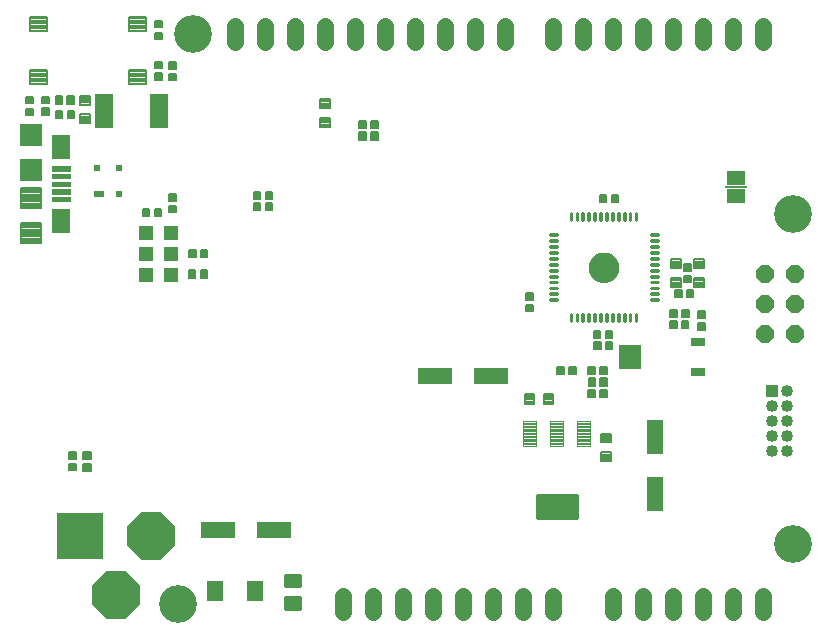
<source format=gts>
G75*
%MOIN*%
%OFA0B0*%
%FSLAX25Y25*%
%IPPOS*%
%LPD*%
%AMOC8*
5,1,8,0,0,1.08239X$1,22.5*
%
%ADD10C,0.12598*%
%ADD11OC8,0.06102*%
%ADD12C,0.05600*%
%ADD13C,0.00748*%
%ADD14R,0.11811X0.05512*%
%ADD15OC8,0.15748*%
%ADD16R,0.15748X0.15748*%
%ADD17C,0.07677*%
%ADD18C,0.05000*%
%ADD19C,0.01008*%
%ADD20C,0.00551*%
%ADD21R,0.05000X0.02500*%
%ADD22R,0.07500X0.08000*%
%ADD23R,0.04724X0.04724*%
%ADD24R,0.04000X0.04000*%
%ADD25C,0.04000*%
%ADD26C,0.00480*%
%ADD27C,0.00866*%
%ADD28R,0.05512X0.11811*%
%ADD29R,0.06300X0.04600*%
%ADD30R,0.07200X0.00600*%
%ADD31C,0.00157*%
%ADD32R,0.07480X0.07480*%
%ADD33R,0.06299X0.08268*%
%ADD34R,0.01890X0.02165*%
%ADD35R,0.03465X0.02165*%
%ADD36R,0.06299X0.11811*%
%ADD37C,0.00984*%
%ADD38R,0.05512X0.07087*%
%ADD39C,0.00827*%
D10*
X0063760Y0013750D03*
X0268760Y0033750D03*
X0268760Y0143750D03*
X0068760Y0203750D03*
D11*
X0259260Y0123750D03*
X0269260Y0123750D03*
X0269260Y0113750D03*
X0259260Y0113750D03*
X0259260Y0103750D03*
X0269260Y0103750D03*
D12*
X0258760Y0016550D02*
X0258760Y0010950D01*
X0248760Y0010950D02*
X0248760Y0016550D01*
X0238760Y0016550D02*
X0238760Y0010950D01*
X0228760Y0010950D02*
X0228760Y0016550D01*
X0218760Y0016550D02*
X0218760Y0010950D01*
X0208760Y0010950D02*
X0208760Y0016550D01*
X0188760Y0016550D02*
X0188760Y0010950D01*
X0178760Y0010950D02*
X0178760Y0016550D01*
X0168760Y0016550D02*
X0168760Y0010950D01*
X0158760Y0010950D02*
X0158760Y0016550D01*
X0148760Y0016550D02*
X0148760Y0010950D01*
X0138760Y0010950D02*
X0138760Y0016550D01*
X0128760Y0016550D02*
X0128760Y0010950D01*
X0118760Y0010950D02*
X0118760Y0016550D01*
X0122760Y0200950D02*
X0122760Y0206550D01*
X0112760Y0206550D02*
X0112760Y0200950D01*
X0102760Y0200950D02*
X0102760Y0206550D01*
X0092760Y0206550D02*
X0092760Y0200950D01*
X0082760Y0200950D02*
X0082760Y0206550D01*
X0132760Y0206550D02*
X0132760Y0200950D01*
X0142760Y0200950D02*
X0142760Y0206550D01*
X0152760Y0206550D02*
X0152760Y0200950D01*
X0162760Y0200950D02*
X0162760Y0206550D01*
X0172760Y0206550D02*
X0172760Y0200950D01*
X0188760Y0200950D02*
X0188760Y0206550D01*
X0198760Y0206550D02*
X0198760Y0200950D01*
X0208760Y0200950D02*
X0208760Y0206550D01*
X0218760Y0206550D02*
X0218760Y0200950D01*
X0228760Y0200950D02*
X0228760Y0206550D01*
X0238760Y0206550D02*
X0238760Y0200950D01*
X0248760Y0200950D02*
X0248760Y0206550D01*
X0258760Y0206550D02*
X0258760Y0200950D01*
D13*
X0238954Y0125610D02*
X0235766Y0125610D01*
X0235766Y0128602D01*
X0238954Y0128602D01*
X0238954Y0125610D01*
X0238954Y0126357D02*
X0235766Y0126357D01*
X0235766Y0127104D02*
X0238954Y0127104D01*
X0238954Y0127851D02*
X0235766Y0127851D01*
X0235766Y0128598D02*
X0238954Y0128598D01*
X0238954Y0119311D02*
X0235766Y0119311D01*
X0235766Y0122303D01*
X0238954Y0122303D01*
X0238954Y0119311D01*
X0238954Y0120058D02*
X0235766Y0120058D01*
X0235766Y0120805D02*
X0238954Y0120805D01*
X0238954Y0121552D02*
X0235766Y0121552D01*
X0235766Y0122299D02*
X0238954Y0122299D01*
X0231254Y0119311D02*
X0228066Y0119311D01*
X0228066Y0122303D01*
X0231254Y0122303D01*
X0231254Y0119311D01*
X0231254Y0120058D02*
X0228066Y0120058D01*
X0228066Y0120805D02*
X0231254Y0120805D01*
X0231254Y0121552D02*
X0228066Y0121552D01*
X0228066Y0122299D02*
X0231254Y0122299D01*
X0231254Y0125610D02*
X0228066Y0125610D01*
X0228066Y0128602D01*
X0231254Y0128602D01*
X0231254Y0125610D01*
X0231254Y0126357D02*
X0228066Y0126357D01*
X0228066Y0127104D02*
X0231254Y0127104D01*
X0231254Y0127851D02*
X0228066Y0127851D01*
X0228066Y0128598D02*
X0231254Y0128598D01*
X0188650Y0083622D02*
X0188650Y0080434D01*
X0185658Y0080434D01*
X0185658Y0083622D01*
X0188650Y0083622D01*
X0188650Y0081181D02*
X0185658Y0081181D01*
X0185658Y0081928D02*
X0188650Y0081928D01*
X0188650Y0082675D02*
X0185658Y0082675D01*
X0185658Y0083422D02*
X0188650Y0083422D01*
X0182350Y0083622D02*
X0182350Y0080434D01*
X0179358Y0080434D01*
X0179358Y0083622D01*
X0182350Y0083622D01*
X0182350Y0081181D02*
X0179358Y0081181D01*
X0179358Y0081928D02*
X0182350Y0081928D01*
X0182350Y0082675D02*
X0179358Y0082675D01*
X0179358Y0083422D02*
X0182350Y0083422D01*
X0204717Y0067557D02*
X0207905Y0067557D01*
X0204717Y0067557D02*
X0204717Y0070549D01*
X0207905Y0070549D01*
X0207905Y0067557D01*
X0207905Y0068304D02*
X0204717Y0068304D01*
X0204717Y0069051D02*
X0207905Y0069051D01*
X0207905Y0069798D02*
X0204717Y0069798D01*
X0204717Y0070545D02*
X0207905Y0070545D01*
X0207905Y0061258D02*
X0204717Y0061258D01*
X0204717Y0064250D01*
X0207905Y0064250D01*
X0207905Y0061258D01*
X0207905Y0062005D02*
X0204717Y0062005D01*
X0204717Y0062752D02*
X0207905Y0062752D01*
X0207905Y0063499D02*
X0204717Y0063499D01*
X0204717Y0064246D02*
X0207905Y0064246D01*
X0114354Y0172726D02*
X0111166Y0172726D01*
X0111166Y0175718D01*
X0114354Y0175718D01*
X0114354Y0172726D01*
X0114354Y0173473D02*
X0111166Y0173473D01*
X0111166Y0174220D02*
X0114354Y0174220D01*
X0114354Y0174967D02*
X0111166Y0174967D01*
X0111166Y0175714D02*
X0114354Y0175714D01*
X0114354Y0179026D02*
X0111166Y0179026D01*
X0111166Y0182018D01*
X0114354Y0182018D01*
X0114354Y0179026D01*
X0114354Y0179773D02*
X0111166Y0179773D01*
X0111166Y0180520D02*
X0114354Y0180520D01*
X0114354Y0181267D02*
X0111166Y0181267D01*
X0111166Y0182014D02*
X0114354Y0182014D01*
X0034254Y0183196D02*
X0031066Y0183196D01*
X0034254Y0183196D02*
X0034254Y0180204D01*
X0031066Y0180204D01*
X0031066Y0183196D01*
X0031066Y0180951D02*
X0034254Y0180951D01*
X0034254Y0181698D02*
X0031066Y0181698D01*
X0031066Y0182445D02*
X0034254Y0182445D01*
X0034254Y0183192D02*
X0031066Y0183192D01*
X0031066Y0176896D02*
X0034254Y0176896D01*
X0034254Y0173904D01*
X0031066Y0173904D01*
X0031066Y0176896D01*
X0031066Y0174651D02*
X0034254Y0174651D01*
X0034254Y0175398D02*
X0031066Y0175398D01*
X0031066Y0176145D02*
X0034254Y0176145D01*
X0034254Y0176892D02*
X0031066Y0176892D01*
X0011354Y0152392D02*
X0011354Y0145660D01*
X0011354Y0152392D02*
X0018086Y0152392D01*
X0018086Y0145660D01*
X0011354Y0145660D01*
X0011354Y0146407D02*
X0018086Y0146407D01*
X0018086Y0147154D02*
X0011354Y0147154D01*
X0011354Y0147901D02*
X0018086Y0147901D01*
X0018086Y0148648D02*
X0011354Y0148648D01*
X0011354Y0149395D02*
X0018086Y0149395D01*
X0018086Y0150142D02*
X0011354Y0150142D01*
X0011354Y0150889D02*
X0018086Y0150889D01*
X0018086Y0151636D02*
X0011354Y0151636D01*
X0011354Y0152383D02*
X0018086Y0152383D01*
X0011354Y0140777D02*
X0011354Y0134045D01*
X0011354Y0140777D02*
X0018086Y0140777D01*
X0018086Y0134045D01*
X0011354Y0134045D01*
X0011354Y0134792D02*
X0018086Y0134792D01*
X0018086Y0135539D02*
X0011354Y0135539D01*
X0011354Y0136286D02*
X0018086Y0136286D01*
X0018086Y0137033D02*
X0011354Y0137033D01*
X0011354Y0137780D02*
X0018086Y0137780D01*
X0018086Y0138527D02*
X0011354Y0138527D01*
X0011354Y0139274D02*
X0018086Y0139274D01*
X0018086Y0140021D02*
X0011354Y0140021D01*
X0011354Y0140768D02*
X0018086Y0140768D01*
D14*
X0149235Y0089752D03*
X0168133Y0089752D03*
X0095843Y0038289D03*
X0076945Y0038289D03*
D15*
X0054760Y0036450D03*
X0042960Y0016750D03*
D16*
X0031160Y0036450D03*
D17*
X0039960Y0016750D03*
X0045960Y0016750D03*
X0054760Y0033450D03*
X0054760Y0039450D03*
X0031160Y0039450D03*
X0031160Y0033450D03*
D18*
X0203055Y0125950D02*
X0203057Y0126049D01*
X0203063Y0126149D01*
X0203073Y0126248D01*
X0203087Y0126346D01*
X0203104Y0126444D01*
X0203126Y0126541D01*
X0203151Y0126637D01*
X0203180Y0126732D01*
X0203213Y0126826D01*
X0203250Y0126918D01*
X0203290Y0127009D01*
X0203334Y0127098D01*
X0203382Y0127186D01*
X0203433Y0127271D01*
X0203487Y0127354D01*
X0203544Y0127436D01*
X0203605Y0127514D01*
X0203669Y0127591D01*
X0203735Y0127664D01*
X0203805Y0127735D01*
X0203877Y0127803D01*
X0203952Y0127869D01*
X0204030Y0127931D01*
X0204110Y0127990D01*
X0204192Y0128046D01*
X0204276Y0128098D01*
X0204363Y0128147D01*
X0204451Y0128193D01*
X0204541Y0128235D01*
X0204633Y0128274D01*
X0204726Y0128309D01*
X0204820Y0128340D01*
X0204916Y0128367D01*
X0205013Y0128390D01*
X0205110Y0128410D01*
X0205208Y0128426D01*
X0205307Y0128438D01*
X0205406Y0128446D01*
X0205505Y0128450D01*
X0205605Y0128450D01*
X0205704Y0128446D01*
X0205803Y0128438D01*
X0205902Y0128426D01*
X0206000Y0128410D01*
X0206097Y0128390D01*
X0206194Y0128367D01*
X0206290Y0128340D01*
X0206384Y0128309D01*
X0206477Y0128274D01*
X0206569Y0128235D01*
X0206659Y0128193D01*
X0206747Y0128147D01*
X0206834Y0128098D01*
X0206918Y0128046D01*
X0207000Y0127990D01*
X0207080Y0127931D01*
X0207158Y0127869D01*
X0207233Y0127803D01*
X0207305Y0127735D01*
X0207375Y0127664D01*
X0207441Y0127591D01*
X0207505Y0127514D01*
X0207566Y0127436D01*
X0207623Y0127354D01*
X0207677Y0127271D01*
X0207728Y0127186D01*
X0207776Y0127098D01*
X0207820Y0127009D01*
X0207860Y0126918D01*
X0207897Y0126826D01*
X0207930Y0126732D01*
X0207959Y0126637D01*
X0207984Y0126541D01*
X0208006Y0126444D01*
X0208023Y0126346D01*
X0208037Y0126248D01*
X0208047Y0126149D01*
X0208053Y0126049D01*
X0208055Y0125950D01*
X0208053Y0125851D01*
X0208047Y0125751D01*
X0208037Y0125652D01*
X0208023Y0125554D01*
X0208006Y0125456D01*
X0207984Y0125359D01*
X0207959Y0125263D01*
X0207930Y0125168D01*
X0207897Y0125074D01*
X0207860Y0124982D01*
X0207820Y0124891D01*
X0207776Y0124802D01*
X0207728Y0124714D01*
X0207677Y0124629D01*
X0207623Y0124546D01*
X0207566Y0124464D01*
X0207505Y0124386D01*
X0207441Y0124309D01*
X0207375Y0124236D01*
X0207305Y0124165D01*
X0207233Y0124097D01*
X0207158Y0124031D01*
X0207080Y0123969D01*
X0207000Y0123910D01*
X0206918Y0123854D01*
X0206834Y0123802D01*
X0206747Y0123753D01*
X0206659Y0123707D01*
X0206569Y0123665D01*
X0206477Y0123626D01*
X0206384Y0123591D01*
X0206290Y0123560D01*
X0206194Y0123533D01*
X0206097Y0123510D01*
X0206000Y0123490D01*
X0205902Y0123474D01*
X0205803Y0123462D01*
X0205704Y0123454D01*
X0205605Y0123450D01*
X0205505Y0123450D01*
X0205406Y0123454D01*
X0205307Y0123462D01*
X0205208Y0123474D01*
X0205110Y0123490D01*
X0205013Y0123510D01*
X0204916Y0123533D01*
X0204820Y0123560D01*
X0204726Y0123591D01*
X0204633Y0123626D01*
X0204541Y0123665D01*
X0204451Y0123707D01*
X0204363Y0123753D01*
X0204276Y0123802D01*
X0204192Y0123854D01*
X0204110Y0123910D01*
X0204030Y0123969D01*
X0203952Y0124031D01*
X0203877Y0124097D01*
X0203805Y0124165D01*
X0203735Y0124236D01*
X0203669Y0124309D01*
X0203605Y0124386D01*
X0203544Y0124464D01*
X0203487Y0124546D01*
X0203433Y0124629D01*
X0203382Y0124714D01*
X0203334Y0124802D01*
X0203290Y0124891D01*
X0203250Y0124982D01*
X0203213Y0125074D01*
X0203180Y0125168D01*
X0203151Y0125263D01*
X0203126Y0125359D01*
X0203104Y0125456D01*
X0203087Y0125554D01*
X0203073Y0125652D01*
X0203063Y0125751D01*
X0203057Y0125851D01*
X0203055Y0125950D01*
D19*
X0189893Y0125092D02*
X0187555Y0125092D01*
X0189893Y0125092D02*
X0189893Y0124840D01*
X0187555Y0124840D01*
X0187555Y0125092D01*
X0187555Y0127060D02*
X0189893Y0127060D01*
X0189893Y0126808D01*
X0187555Y0126808D01*
X0187555Y0127060D01*
X0187555Y0129029D02*
X0189893Y0129029D01*
X0189893Y0128777D01*
X0187555Y0128777D01*
X0187555Y0129029D01*
X0187555Y0130997D02*
X0189893Y0130997D01*
X0189893Y0130745D01*
X0187555Y0130745D01*
X0187555Y0130997D01*
X0187555Y0132966D02*
X0189893Y0132966D01*
X0189893Y0132714D01*
X0187555Y0132714D01*
X0187555Y0132966D01*
X0187555Y0134934D02*
X0189893Y0134934D01*
X0189893Y0134682D01*
X0187555Y0134682D01*
X0187555Y0134934D01*
X0187555Y0136903D02*
X0189893Y0136903D01*
X0189893Y0136651D01*
X0187555Y0136651D01*
X0187555Y0136903D01*
X0194854Y0141612D02*
X0194854Y0143950D01*
X0194854Y0141612D02*
X0194602Y0141612D01*
X0194602Y0143950D01*
X0194854Y0143950D01*
X0194854Y0142619D02*
X0194602Y0142619D01*
X0194602Y0143626D02*
X0194854Y0143626D01*
X0196823Y0143950D02*
X0196823Y0141612D01*
X0196571Y0141612D01*
X0196571Y0143950D01*
X0196823Y0143950D01*
X0196823Y0142619D02*
X0196571Y0142619D01*
X0196571Y0143626D02*
X0196823Y0143626D01*
X0198791Y0143950D02*
X0198791Y0141612D01*
X0198539Y0141612D01*
X0198539Y0143950D01*
X0198791Y0143950D01*
X0198791Y0142619D02*
X0198539Y0142619D01*
X0198539Y0143626D02*
X0198791Y0143626D01*
X0200760Y0143950D02*
X0200760Y0141612D01*
X0200508Y0141612D01*
X0200508Y0143950D01*
X0200760Y0143950D01*
X0200760Y0142619D02*
X0200508Y0142619D01*
X0200508Y0143626D02*
X0200760Y0143626D01*
X0202728Y0143950D02*
X0202728Y0141612D01*
X0202476Y0141612D01*
X0202476Y0143950D01*
X0202728Y0143950D01*
X0202728Y0142619D02*
X0202476Y0142619D01*
X0202476Y0143626D02*
X0202728Y0143626D01*
X0204697Y0143950D02*
X0204697Y0141612D01*
X0204445Y0141612D01*
X0204445Y0143950D01*
X0204697Y0143950D01*
X0204697Y0142619D02*
X0204445Y0142619D01*
X0204445Y0143626D02*
X0204697Y0143626D01*
X0206665Y0143950D02*
X0206665Y0141612D01*
X0206413Y0141612D01*
X0206413Y0143950D01*
X0206665Y0143950D01*
X0206665Y0142619D02*
X0206413Y0142619D01*
X0206413Y0143626D02*
X0206665Y0143626D01*
X0208634Y0143950D02*
X0208634Y0141612D01*
X0208382Y0141612D01*
X0208382Y0143950D01*
X0208634Y0143950D01*
X0208634Y0142619D02*
X0208382Y0142619D01*
X0208382Y0143626D02*
X0208634Y0143626D01*
X0210602Y0143950D02*
X0210602Y0141612D01*
X0210350Y0141612D01*
X0210350Y0143950D01*
X0210602Y0143950D01*
X0210602Y0142619D02*
X0210350Y0142619D01*
X0210350Y0143626D02*
X0210602Y0143626D01*
X0212571Y0143950D02*
X0212571Y0141612D01*
X0212319Y0141612D01*
X0212319Y0143950D01*
X0212571Y0143950D01*
X0212571Y0142619D02*
X0212319Y0142619D01*
X0212319Y0143626D02*
X0212571Y0143626D01*
X0214539Y0143950D02*
X0214539Y0141612D01*
X0214287Y0141612D01*
X0214287Y0143950D01*
X0214539Y0143950D01*
X0214539Y0142619D02*
X0214287Y0142619D01*
X0214287Y0143626D02*
X0214539Y0143626D01*
X0216508Y0143950D02*
X0216508Y0141612D01*
X0216256Y0141612D01*
X0216256Y0143950D01*
X0216508Y0143950D01*
X0216508Y0142619D02*
X0216256Y0142619D01*
X0216256Y0143626D02*
X0216508Y0143626D01*
X0221217Y0136903D02*
X0223555Y0136903D01*
X0223555Y0136651D01*
X0221217Y0136651D01*
X0221217Y0136903D01*
X0221217Y0134934D02*
X0223555Y0134934D01*
X0223555Y0134682D01*
X0221217Y0134682D01*
X0221217Y0134934D01*
X0221217Y0132966D02*
X0223555Y0132966D01*
X0223555Y0132714D01*
X0221217Y0132714D01*
X0221217Y0132966D01*
X0221217Y0130997D02*
X0223555Y0130997D01*
X0223555Y0130745D01*
X0221217Y0130745D01*
X0221217Y0130997D01*
X0221217Y0129029D02*
X0223555Y0129029D01*
X0223555Y0128777D01*
X0221217Y0128777D01*
X0221217Y0129029D01*
X0221217Y0127060D02*
X0223555Y0127060D01*
X0223555Y0126808D01*
X0221217Y0126808D01*
X0221217Y0127060D01*
X0221217Y0125092D02*
X0223555Y0125092D01*
X0223555Y0124840D01*
X0221217Y0124840D01*
X0221217Y0125092D01*
X0221217Y0123123D02*
X0223555Y0123123D01*
X0223555Y0122871D01*
X0221217Y0122871D01*
X0221217Y0123123D01*
X0221217Y0121155D02*
X0223555Y0121155D01*
X0223555Y0120903D01*
X0221217Y0120903D01*
X0221217Y0121155D01*
X0221217Y0119186D02*
X0223555Y0119186D01*
X0223555Y0118934D01*
X0221217Y0118934D01*
X0221217Y0119186D01*
X0221217Y0117218D02*
X0223555Y0117218D01*
X0223555Y0116966D01*
X0221217Y0116966D01*
X0221217Y0117218D01*
X0221217Y0115249D02*
X0223555Y0115249D01*
X0223555Y0114997D01*
X0221217Y0114997D01*
X0221217Y0115249D01*
X0216508Y0110288D02*
X0216508Y0107950D01*
X0216256Y0107950D01*
X0216256Y0110288D01*
X0216508Y0110288D01*
X0216508Y0108957D02*
X0216256Y0108957D01*
X0216256Y0109964D02*
X0216508Y0109964D01*
X0214539Y0110288D02*
X0214539Y0107950D01*
X0214287Y0107950D01*
X0214287Y0110288D01*
X0214539Y0110288D01*
X0214539Y0108957D02*
X0214287Y0108957D01*
X0214287Y0109964D02*
X0214539Y0109964D01*
X0212571Y0110288D02*
X0212571Y0107950D01*
X0212319Y0107950D01*
X0212319Y0110288D01*
X0212571Y0110288D01*
X0212571Y0108957D02*
X0212319Y0108957D01*
X0212319Y0109964D02*
X0212571Y0109964D01*
X0210602Y0110288D02*
X0210602Y0107950D01*
X0210350Y0107950D01*
X0210350Y0110288D01*
X0210602Y0110288D01*
X0210602Y0108957D02*
X0210350Y0108957D01*
X0210350Y0109964D02*
X0210602Y0109964D01*
X0208634Y0110288D02*
X0208634Y0107950D01*
X0208382Y0107950D01*
X0208382Y0110288D01*
X0208634Y0110288D01*
X0208634Y0108957D02*
X0208382Y0108957D01*
X0208382Y0109964D02*
X0208634Y0109964D01*
X0206665Y0110288D02*
X0206665Y0107950D01*
X0206413Y0107950D01*
X0206413Y0110288D01*
X0206665Y0110288D01*
X0206665Y0108957D02*
X0206413Y0108957D01*
X0206413Y0109964D02*
X0206665Y0109964D01*
X0204697Y0110288D02*
X0204697Y0107950D01*
X0204445Y0107950D01*
X0204445Y0110288D01*
X0204697Y0110288D01*
X0204697Y0108957D02*
X0204445Y0108957D01*
X0204445Y0109964D02*
X0204697Y0109964D01*
X0202728Y0110288D02*
X0202728Y0107950D01*
X0202476Y0107950D01*
X0202476Y0110288D01*
X0202728Y0110288D01*
X0202728Y0108957D02*
X0202476Y0108957D01*
X0202476Y0109964D02*
X0202728Y0109964D01*
X0200760Y0110288D02*
X0200760Y0107950D01*
X0200508Y0107950D01*
X0200508Y0110288D01*
X0200760Y0110288D01*
X0200760Y0108957D02*
X0200508Y0108957D01*
X0200508Y0109964D02*
X0200760Y0109964D01*
X0198791Y0110288D02*
X0198791Y0107950D01*
X0198539Y0107950D01*
X0198539Y0110288D01*
X0198791Y0110288D01*
X0198791Y0108957D02*
X0198539Y0108957D01*
X0198539Y0109964D02*
X0198791Y0109964D01*
X0196823Y0110288D02*
X0196823Y0107950D01*
X0196571Y0107950D01*
X0196571Y0110288D01*
X0196823Y0110288D01*
X0196823Y0108957D02*
X0196571Y0108957D01*
X0196571Y0109964D02*
X0196823Y0109964D01*
X0194854Y0110288D02*
X0194854Y0107950D01*
X0194602Y0107950D01*
X0194602Y0110288D01*
X0194854Y0110288D01*
X0194854Y0108957D02*
X0194602Y0108957D01*
X0194602Y0109964D02*
X0194854Y0109964D01*
X0189893Y0115249D02*
X0187555Y0115249D01*
X0189893Y0115249D02*
X0189893Y0114997D01*
X0187555Y0114997D01*
X0187555Y0115249D01*
X0187555Y0117218D02*
X0189893Y0117218D01*
X0189893Y0116966D01*
X0187555Y0116966D01*
X0187555Y0117218D01*
X0187555Y0119186D02*
X0189893Y0119186D01*
X0189893Y0118934D01*
X0187555Y0118934D01*
X0187555Y0119186D01*
X0187555Y0121155D02*
X0189893Y0121155D01*
X0189893Y0120903D01*
X0187555Y0120903D01*
X0187555Y0121155D01*
X0187555Y0123123D02*
X0189893Y0123123D01*
X0189893Y0122871D01*
X0187555Y0122871D01*
X0187555Y0123123D01*
D20*
X0182151Y0117386D02*
X0179749Y0117386D01*
X0182151Y0117386D02*
X0182151Y0115180D01*
X0179749Y0115180D01*
X0179749Y0117386D01*
X0179749Y0115730D02*
X0182151Y0115730D01*
X0182151Y0116280D02*
X0179749Y0116280D01*
X0179749Y0116830D02*
X0182151Y0116830D01*
X0182151Y0117380D02*
X0179749Y0117380D01*
X0179749Y0113449D02*
X0182151Y0113449D01*
X0182151Y0111243D01*
X0179749Y0111243D01*
X0179749Y0113449D01*
X0179749Y0111793D02*
X0182151Y0111793D01*
X0182151Y0112343D02*
X0179749Y0112343D01*
X0179749Y0112893D02*
X0182151Y0112893D01*
X0182151Y0113443D02*
X0179749Y0113443D01*
X0202277Y0104826D02*
X0202277Y0102424D01*
X0202277Y0104826D02*
X0204483Y0104826D01*
X0204483Y0102424D01*
X0202277Y0102424D01*
X0202277Y0102974D02*
X0204483Y0102974D01*
X0204483Y0103524D02*
X0202277Y0103524D01*
X0202277Y0104074D02*
X0204483Y0104074D01*
X0204483Y0104624D02*
X0202277Y0104624D01*
X0206214Y0104826D02*
X0206214Y0102424D01*
X0206214Y0104826D02*
X0208420Y0104826D01*
X0208420Y0102424D01*
X0206214Y0102424D01*
X0206214Y0102974D02*
X0208420Y0102974D01*
X0208420Y0103524D02*
X0206214Y0103524D01*
X0206214Y0104074D02*
X0208420Y0104074D01*
X0208420Y0104624D02*
X0206214Y0104624D01*
X0206314Y0101116D02*
X0206314Y0098714D01*
X0206314Y0101116D02*
X0208520Y0101116D01*
X0208520Y0098714D01*
X0206314Y0098714D01*
X0206314Y0099264D02*
X0208520Y0099264D01*
X0208520Y0099814D02*
X0206314Y0099814D01*
X0206314Y0100364D02*
X0208520Y0100364D01*
X0208520Y0100914D02*
X0206314Y0100914D01*
X0202377Y0101116D02*
X0202377Y0098714D01*
X0202377Y0101116D02*
X0204583Y0101116D01*
X0204583Y0098714D01*
X0202377Y0098714D01*
X0202377Y0099264D02*
X0204583Y0099264D01*
X0204583Y0099814D02*
X0202377Y0099814D01*
X0202377Y0100364D02*
X0204583Y0100364D01*
X0204583Y0100914D02*
X0202377Y0100914D01*
X0200488Y0092727D02*
X0200488Y0090325D01*
X0200488Y0092727D02*
X0202694Y0092727D01*
X0202694Y0090325D01*
X0200488Y0090325D01*
X0200488Y0090875D02*
X0202694Y0090875D01*
X0202694Y0091425D02*
X0200488Y0091425D01*
X0200488Y0091975D02*
X0202694Y0091975D01*
X0202694Y0092525D02*
X0200488Y0092525D01*
X0200585Y0088932D02*
X0200585Y0086530D01*
X0200585Y0088932D02*
X0202791Y0088932D01*
X0202791Y0086530D01*
X0200585Y0086530D01*
X0200585Y0087080D02*
X0202791Y0087080D01*
X0202791Y0087630D02*
X0200585Y0087630D01*
X0200585Y0088180D02*
X0202791Y0088180D01*
X0202791Y0088730D02*
X0200585Y0088730D01*
X0204522Y0088932D02*
X0204522Y0086530D01*
X0204522Y0088932D02*
X0206728Y0088932D01*
X0206728Y0086530D01*
X0204522Y0086530D01*
X0204522Y0087080D02*
X0206728Y0087080D01*
X0206728Y0087630D02*
X0204522Y0087630D01*
X0204522Y0088180D02*
X0206728Y0088180D01*
X0206728Y0088730D02*
X0204522Y0088730D01*
X0204425Y0090325D02*
X0204425Y0092727D01*
X0206631Y0092727D01*
X0206631Y0090325D01*
X0204425Y0090325D01*
X0204425Y0090875D02*
X0206631Y0090875D01*
X0206631Y0091425D02*
X0204425Y0091425D01*
X0204425Y0091975D02*
X0206631Y0091975D01*
X0206631Y0092525D02*
X0204425Y0092525D01*
X0196231Y0092727D02*
X0196231Y0090325D01*
X0194025Y0090325D01*
X0194025Y0092727D01*
X0196231Y0092727D01*
X0196231Y0090875D02*
X0194025Y0090875D01*
X0194025Y0091425D02*
X0196231Y0091425D01*
X0196231Y0091975D02*
X0194025Y0091975D01*
X0194025Y0092525D02*
X0196231Y0092525D01*
X0192294Y0092727D02*
X0192294Y0090325D01*
X0190088Y0090325D01*
X0190088Y0092727D01*
X0192294Y0092727D01*
X0192294Y0090875D02*
X0190088Y0090875D01*
X0190088Y0091425D02*
X0192294Y0091425D01*
X0192294Y0091975D02*
X0190088Y0091975D01*
X0190088Y0092525D02*
X0192294Y0092525D01*
X0202694Y0085135D02*
X0202694Y0082733D01*
X0200488Y0082733D01*
X0200488Y0085135D01*
X0202694Y0085135D01*
X0202694Y0083283D02*
X0200488Y0083283D01*
X0200488Y0083833D02*
X0202694Y0083833D01*
X0202694Y0084383D02*
X0200488Y0084383D01*
X0200488Y0084933D02*
X0202694Y0084933D01*
X0206631Y0085135D02*
X0206631Y0082733D01*
X0204425Y0082733D01*
X0204425Y0085135D01*
X0206631Y0085135D01*
X0206631Y0083283D02*
X0204425Y0083283D01*
X0204425Y0083833D02*
X0206631Y0083833D01*
X0206631Y0084383D02*
X0204425Y0084383D01*
X0204425Y0084933D02*
X0206631Y0084933D01*
X0229894Y0105557D02*
X0229894Y0107959D01*
X0229894Y0105557D02*
X0227688Y0105557D01*
X0227688Y0107959D01*
X0229894Y0107959D01*
X0229894Y0106107D02*
X0227688Y0106107D01*
X0227688Y0106657D02*
X0229894Y0106657D01*
X0229894Y0107207D02*
X0227688Y0107207D01*
X0227688Y0107757D02*
X0229894Y0107757D01*
X0229994Y0109357D02*
X0229994Y0111759D01*
X0229994Y0109357D02*
X0227788Y0109357D01*
X0227788Y0111759D01*
X0229994Y0111759D01*
X0229994Y0109907D02*
X0227788Y0109907D01*
X0227788Y0110457D02*
X0229994Y0110457D01*
X0229994Y0111007D02*
X0227788Y0111007D01*
X0227788Y0111557D02*
X0229994Y0111557D01*
X0233931Y0111759D02*
X0233931Y0109357D01*
X0231725Y0109357D01*
X0231725Y0111759D01*
X0233931Y0111759D01*
X0233931Y0109907D02*
X0231725Y0109907D01*
X0231725Y0110457D02*
X0233931Y0110457D01*
X0233931Y0111007D02*
X0231725Y0111007D01*
X0231725Y0111557D02*
X0233931Y0111557D01*
X0237059Y0109116D02*
X0239461Y0109116D01*
X0237059Y0109116D02*
X0237059Y0111322D01*
X0239461Y0111322D01*
X0239461Y0109116D01*
X0239461Y0109666D02*
X0237059Y0109666D01*
X0237059Y0110216D02*
X0239461Y0110216D01*
X0239461Y0110766D02*
X0237059Y0110766D01*
X0237059Y0111316D02*
X0239461Y0111316D01*
X0239461Y0105178D02*
X0237059Y0105178D01*
X0237059Y0107384D01*
X0239461Y0107384D01*
X0239461Y0105178D01*
X0239461Y0105728D02*
X0237059Y0105728D01*
X0237059Y0106278D02*
X0239461Y0106278D01*
X0239461Y0106828D02*
X0237059Y0106828D01*
X0237059Y0107378D02*
X0239461Y0107378D01*
X0233831Y0107959D02*
X0233831Y0105557D01*
X0231625Y0105557D01*
X0231625Y0107959D01*
X0233831Y0107959D01*
X0233831Y0106107D02*
X0231625Y0106107D01*
X0231625Y0106657D02*
X0233831Y0106657D01*
X0233831Y0107207D02*
X0231625Y0107207D01*
X0231625Y0107757D02*
X0233831Y0107757D01*
X0235531Y0115952D02*
X0235531Y0118354D01*
X0235531Y0115952D02*
X0233325Y0115952D01*
X0233325Y0118354D01*
X0235531Y0118354D01*
X0235531Y0116502D02*
X0233325Y0116502D01*
X0233325Y0117052D02*
X0235531Y0117052D01*
X0235531Y0117602D02*
X0233325Y0117602D01*
X0233325Y0118152D02*
X0235531Y0118152D01*
X0231594Y0118354D02*
X0231594Y0115952D01*
X0229388Y0115952D01*
X0229388Y0118354D01*
X0231594Y0118354D01*
X0231594Y0116502D02*
X0229388Y0116502D01*
X0229388Y0117052D02*
X0231594Y0117052D01*
X0231594Y0117602D02*
X0229388Y0117602D01*
X0229388Y0118152D02*
X0231594Y0118152D01*
X0232359Y0120885D02*
X0234761Y0120885D01*
X0232359Y0120885D02*
X0232359Y0123091D01*
X0234761Y0123091D01*
X0234761Y0120885D01*
X0234761Y0121435D02*
X0232359Y0121435D01*
X0232359Y0121985D02*
X0234761Y0121985D01*
X0234761Y0122535D02*
X0232359Y0122535D01*
X0232359Y0123085D02*
X0234761Y0123085D01*
X0234761Y0124822D02*
X0232359Y0124822D01*
X0232359Y0127028D01*
X0234761Y0127028D01*
X0234761Y0124822D01*
X0234761Y0125372D02*
X0232359Y0125372D01*
X0232359Y0125922D02*
X0234761Y0125922D01*
X0234761Y0126472D02*
X0232359Y0126472D01*
X0232359Y0127022D02*
X0234761Y0127022D01*
X0210431Y0147640D02*
X0210431Y0150042D01*
X0210431Y0147640D02*
X0208225Y0147640D01*
X0208225Y0150042D01*
X0210431Y0150042D01*
X0210431Y0148190D02*
X0208225Y0148190D01*
X0208225Y0148740D02*
X0210431Y0148740D01*
X0210431Y0149290D02*
X0208225Y0149290D01*
X0208225Y0149840D02*
X0210431Y0149840D01*
X0206494Y0150042D02*
X0206494Y0147640D01*
X0204288Y0147640D01*
X0204288Y0150042D01*
X0206494Y0150042D01*
X0206494Y0148190D02*
X0204288Y0148190D01*
X0204288Y0148740D02*
X0206494Y0148740D01*
X0206494Y0149290D02*
X0204288Y0149290D01*
X0204288Y0149840D02*
X0206494Y0149840D01*
X0130231Y0168549D02*
X0130231Y0170951D01*
X0130231Y0168549D02*
X0128025Y0168549D01*
X0128025Y0170951D01*
X0130231Y0170951D01*
X0130231Y0169099D02*
X0128025Y0169099D01*
X0128025Y0169649D02*
X0130231Y0169649D01*
X0130231Y0170199D02*
X0128025Y0170199D01*
X0128025Y0170749D02*
X0130231Y0170749D01*
X0130331Y0172349D02*
X0130331Y0174751D01*
X0130331Y0172349D02*
X0128125Y0172349D01*
X0128125Y0174751D01*
X0130331Y0174751D01*
X0130331Y0172899D02*
X0128125Y0172899D01*
X0128125Y0173449D02*
X0130331Y0173449D01*
X0130331Y0173999D02*
X0128125Y0173999D01*
X0128125Y0174549D02*
X0130331Y0174549D01*
X0126394Y0174751D02*
X0126394Y0172349D01*
X0124188Y0172349D01*
X0124188Y0174751D01*
X0126394Y0174751D01*
X0126394Y0172899D02*
X0124188Y0172899D01*
X0124188Y0173449D02*
X0126394Y0173449D01*
X0126394Y0173999D02*
X0124188Y0173999D01*
X0124188Y0174549D02*
X0126394Y0174549D01*
X0126294Y0170951D02*
X0126294Y0168549D01*
X0124088Y0168549D01*
X0124088Y0170951D01*
X0126294Y0170951D01*
X0126294Y0169099D02*
X0124088Y0169099D01*
X0124088Y0169649D02*
X0126294Y0169649D01*
X0126294Y0170199D02*
X0124088Y0170199D01*
X0124088Y0170749D02*
X0126294Y0170749D01*
X0092925Y0151151D02*
X0092925Y0148749D01*
X0092925Y0151151D02*
X0095131Y0151151D01*
X0095131Y0148749D01*
X0092925Y0148749D01*
X0092925Y0149299D02*
X0095131Y0149299D01*
X0095131Y0149849D02*
X0092925Y0149849D01*
X0092925Y0150399D02*
X0095131Y0150399D01*
X0095131Y0150949D02*
X0092925Y0150949D01*
X0088988Y0151151D02*
X0088988Y0148749D01*
X0088988Y0151151D02*
X0091194Y0151151D01*
X0091194Y0148749D01*
X0088988Y0148749D01*
X0088988Y0149299D02*
X0091194Y0149299D01*
X0091194Y0149849D02*
X0088988Y0149849D01*
X0088988Y0150399D02*
X0091194Y0150399D01*
X0091194Y0150949D02*
X0088988Y0150949D01*
X0091194Y0147451D02*
X0091194Y0145049D01*
X0088988Y0145049D01*
X0088988Y0147451D01*
X0091194Y0147451D01*
X0091194Y0145599D02*
X0088988Y0145599D01*
X0088988Y0146149D02*
X0091194Y0146149D01*
X0091194Y0146699D02*
X0088988Y0146699D01*
X0088988Y0147249D02*
X0091194Y0147249D01*
X0095131Y0147451D02*
X0095131Y0145049D01*
X0092925Y0145049D01*
X0092925Y0147451D01*
X0095131Y0147451D01*
X0095131Y0145599D02*
X0092925Y0145599D01*
X0092925Y0146149D02*
X0095131Y0146149D01*
X0095131Y0146699D02*
X0092925Y0146699D01*
X0092925Y0147249D02*
X0095131Y0147249D01*
X0071325Y0131651D02*
X0071325Y0129249D01*
X0071325Y0131651D02*
X0073531Y0131651D01*
X0073531Y0129249D01*
X0071325Y0129249D01*
X0071325Y0129799D02*
X0073531Y0129799D01*
X0073531Y0130349D02*
X0071325Y0130349D01*
X0071325Y0130899D02*
X0073531Y0130899D01*
X0073531Y0131449D02*
X0071325Y0131449D01*
X0067388Y0131651D02*
X0067388Y0129249D01*
X0067388Y0131651D02*
X0069594Y0131651D01*
X0069594Y0129249D01*
X0067388Y0129249D01*
X0067388Y0129799D02*
X0069594Y0129799D01*
X0069594Y0130349D02*
X0067388Y0130349D01*
X0067388Y0130899D02*
X0069594Y0130899D01*
X0069594Y0131449D02*
X0067388Y0131449D01*
X0067274Y0124949D02*
X0067274Y0122547D01*
X0067274Y0124949D02*
X0069480Y0124949D01*
X0069480Y0122547D01*
X0067274Y0122547D01*
X0067274Y0123097D02*
X0069480Y0123097D01*
X0069480Y0123647D02*
X0067274Y0123647D01*
X0067274Y0124197D02*
X0069480Y0124197D01*
X0069480Y0124747D02*
X0067274Y0124747D01*
X0071211Y0124949D02*
X0071211Y0122547D01*
X0071211Y0124949D02*
X0073417Y0124949D01*
X0073417Y0122547D01*
X0071211Y0122547D01*
X0071211Y0123097D02*
X0073417Y0123097D01*
X0073417Y0123647D02*
X0071211Y0123647D01*
X0071211Y0124197D02*
X0073417Y0124197D01*
X0073417Y0124747D02*
X0071211Y0124747D01*
X0055925Y0142949D02*
X0055925Y0145351D01*
X0058131Y0145351D01*
X0058131Y0142949D01*
X0055925Y0142949D01*
X0055925Y0143499D02*
X0058131Y0143499D01*
X0058131Y0144049D02*
X0055925Y0144049D01*
X0055925Y0144599D02*
X0058131Y0144599D01*
X0058131Y0145149D02*
X0055925Y0145149D01*
X0051988Y0145351D02*
X0051988Y0142949D01*
X0051988Y0145351D02*
X0054194Y0145351D01*
X0054194Y0142949D01*
X0051988Y0142949D01*
X0051988Y0143499D02*
X0054194Y0143499D01*
X0054194Y0144049D02*
X0051988Y0144049D01*
X0051988Y0144599D02*
X0054194Y0144599D01*
X0054194Y0145149D02*
X0051988Y0145149D01*
X0060559Y0144278D02*
X0062961Y0144278D01*
X0060559Y0144278D02*
X0060559Y0146484D01*
X0062961Y0146484D01*
X0062961Y0144278D01*
X0062961Y0144828D02*
X0060559Y0144828D01*
X0060559Y0145378D02*
X0062961Y0145378D01*
X0062961Y0145928D02*
X0060559Y0145928D01*
X0060559Y0146478D02*
X0062961Y0146478D01*
X0062961Y0148216D02*
X0060559Y0148216D01*
X0060559Y0150422D01*
X0062961Y0150422D01*
X0062961Y0148216D01*
X0062961Y0148766D02*
X0060559Y0148766D01*
X0060559Y0149316D02*
X0062961Y0149316D01*
X0062961Y0149866D02*
X0060559Y0149866D01*
X0060559Y0150416D02*
X0062961Y0150416D01*
X0029131Y0175649D02*
X0029131Y0178051D01*
X0029131Y0175649D02*
X0026925Y0175649D01*
X0026925Y0178051D01*
X0029131Y0178051D01*
X0029131Y0176199D02*
X0026925Y0176199D01*
X0026925Y0176749D02*
X0029131Y0176749D01*
X0029131Y0177299D02*
X0026925Y0177299D01*
X0026925Y0177849D02*
X0029131Y0177849D01*
X0029031Y0180549D02*
X0029031Y0182951D01*
X0029031Y0180549D02*
X0026825Y0180549D01*
X0026825Y0182951D01*
X0029031Y0182951D01*
X0029031Y0181099D02*
X0026825Y0181099D01*
X0026825Y0181649D02*
X0029031Y0181649D01*
X0029031Y0182199D02*
X0026825Y0182199D01*
X0026825Y0182749D02*
X0029031Y0182749D01*
X0025094Y0182951D02*
X0025094Y0180549D01*
X0022888Y0180549D01*
X0022888Y0182951D01*
X0025094Y0182951D01*
X0025094Y0181099D02*
X0022888Y0181099D01*
X0022888Y0181649D02*
X0025094Y0181649D01*
X0025094Y0182199D02*
X0022888Y0182199D01*
X0022888Y0182749D02*
X0025094Y0182749D01*
X0020661Y0180616D02*
X0018259Y0180616D01*
X0018259Y0182822D01*
X0020661Y0182822D01*
X0020661Y0180616D01*
X0020661Y0181166D02*
X0018259Y0181166D01*
X0018259Y0181716D02*
X0020661Y0181716D01*
X0020661Y0182266D02*
X0018259Y0182266D01*
X0018259Y0182816D02*
X0020661Y0182816D01*
X0020661Y0176678D02*
X0018259Y0176678D01*
X0018259Y0178884D01*
X0020661Y0178884D01*
X0020661Y0176678D01*
X0020661Y0177228D02*
X0018259Y0177228D01*
X0018259Y0177778D02*
X0020661Y0177778D01*
X0020661Y0178328D02*
X0018259Y0178328D01*
X0018259Y0178878D02*
X0020661Y0178878D01*
X0025194Y0178051D02*
X0025194Y0175649D01*
X0022988Y0175649D01*
X0022988Y0178051D01*
X0025194Y0178051D01*
X0025194Y0176199D02*
X0022988Y0176199D01*
X0022988Y0176749D02*
X0025194Y0176749D01*
X0025194Y0177299D02*
X0022988Y0177299D01*
X0022988Y0177849D02*
X0025194Y0177849D01*
X0015410Y0176644D02*
X0013008Y0176644D01*
X0013008Y0178850D01*
X0015410Y0178850D01*
X0015410Y0176644D01*
X0015410Y0177194D02*
X0013008Y0177194D01*
X0013008Y0177744D02*
X0015410Y0177744D01*
X0015410Y0178294D02*
X0013008Y0178294D01*
X0013008Y0178844D02*
X0015410Y0178844D01*
X0015410Y0180581D02*
X0013008Y0180581D01*
X0013008Y0182787D01*
X0015410Y0182787D01*
X0015410Y0180581D01*
X0015410Y0181131D02*
X0013008Y0181131D01*
X0013008Y0181681D02*
X0015410Y0181681D01*
X0015410Y0182231D02*
X0013008Y0182231D01*
X0013008Y0182781D02*
X0015410Y0182781D01*
X0055959Y0190584D02*
X0058361Y0190584D01*
X0058361Y0188378D01*
X0055959Y0188378D01*
X0055959Y0190584D01*
X0055959Y0188928D02*
X0058361Y0188928D01*
X0058361Y0189478D02*
X0055959Y0189478D01*
X0055959Y0190028D02*
X0058361Y0190028D01*
X0058361Y0190578D02*
X0055959Y0190578D01*
X0055959Y0194522D02*
X0058361Y0194522D01*
X0058361Y0192316D01*
X0055959Y0192316D01*
X0055959Y0194522D01*
X0055959Y0192866D02*
X0058361Y0192866D01*
X0058361Y0193416D02*
X0055959Y0193416D01*
X0055959Y0193966D02*
X0058361Y0193966D01*
X0058361Y0194516D02*
X0055959Y0194516D01*
X0060759Y0192216D02*
X0063161Y0192216D01*
X0060759Y0192216D02*
X0060759Y0194422D01*
X0063161Y0194422D01*
X0063161Y0192216D01*
X0063161Y0192766D02*
X0060759Y0192766D01*
X0060759Y0193316D02*
X0063161Y0193316D01*
X0063161Y0193866D02*
X0060759Y0193866D01*
X0060759Y0194416D02*
X0063161Y0194416D01*
X0063161Y0188278D02*
X0060759Y0188278D01*
X0060759Y0190484D01*
X0063161Y0190484D01*
X0063161Y0188278D01*
X0063161Y0188828D02*
X0060759Y0188828D01*
X0060759Y0189378D02*
X0063161Y0189378D01*
X0063161Y0189928D02*
X0060759Y0189928D01*
X0060759Y0190478D02*
X0063161Y0190478D01*
X0058361Y0204184D02*
X0055959Y0204184D01*
X0058361Y0204184D02*
X0058361Y0201978D01*
X0055959Y0201978D01*
X0055959Y0204184D01*
X0055959Y0202528D02*
X0058361Y0202528D01*
X0058361Y0203078D02*
X0055959Y0203078D01*
X0055959Y0203628D02*
X0058361Y0203628D01*
X0058361Y0204178D02*
X0055959Y0204178D01*
X0055959Y0208122D02*
X0058361Y0208122D01*
X0058361Y0205916D01*
X0055959Y0205916D01*
X0055959Y0208122D01*
X0055959Y0206466D02*
X0058361Y0206466D01*
X0058361Y0207016D02*
X0055959Y0207016D01*
X0055959Y0207566D02*
X0058361Y0207566D01*
X0058361Y0208116D02*
X0055959Y0208116D01*
X0034561Y0062116D02*
X0032159Y0062116D01*
X0032159Y0064322D01*
X0034561Y0064322D01*
X0034561Y0062116D01*
X0034561Y0062666D02*
X0032159Y0062666D01*
X0032159Y0063216D02*
X0034561Y0063216D01*
X0034561Y0063766D02*
X0032159Y0063766D01*
X0032159Y0064316D02*
X0034561Y0064316D01*
X0034561Y0058178D02*
X0032159Y0058178D01*
X0032159Y0060384D01*
X0034561Y0060384D01*
X0034561Y0058178D01*
X0034561Y0058728D02*
X0032159Y0058728D01*
X0032159Y0059278D02*
X0034561Y0059278D01*
X0034561Y0059828D02*
X0032159Y0059828D01*
X0032159Y0060378D02*
X0034561Y0060378D01*
X0029761Y0060484D02*
X0027359Y0060484D01*
X0029761Y0060484D02*
X0029761Y0058278D01*
X0027359Y0058278D01*
X0027359Y0060484D01*
X0027359Y0058828D02*
X0029761Y0058828D01*
X0029761Y0059378D02*
X0027359Y0059378D01*
X0027359Y0059928D02*
X0029761Y0059928D01*
X0029761Y0060478D02*
X0027359Y0060478D01*
X0027359Y0064422D02*
X0029761Y0064422D01*
X0029761Y0062216D01*
X0027359Y0062216D01*
X0027359Y0064422D01*
X0027359Y0062766D02*
X0029761Y0062766D01*
X0029761Y0063316D02*
X0027359Y0063316D01*
X0027359Y0063866D02*
X0029761Y0063866D01*
X0029761Y0064416D02*
X0027359Y0064416D01*
D21*
X0236876Y0091207D03*
X0236876Y0101207D03*
D22*
X0214376Y0096207D03*
D23*
X0061394Y0123450D03*
X0061394Y0130450D03*
X0061394Y0137450D03*
X0053126Y0137450D03*
X0053126Y0130450D03*
X0053126Y0123450D03*
D24*
X0261760Y0084616D03*
D25*
X0266760Y0084616D03*
X0266760Y0079616D03*
X0266760Y0074616D03*
X0266760Y0069616D03*
X0261760Y0069616D03*
X0261760Y0074616D03*
X0261760Y0079616D03*
X0261760Y0064616D03*
X0266760Y0064616D03*
D26*
X0201172Y0074782D02*
X0196854Y0074782D01*
X0201172Y0074782D02*
X0201172Y0066464D01*
X0196854Y0066464D01*
X0196854Y0074782D01*
X0196854Y0066943D02*
X0201172Y0066943D01*
X0201172Y0067422D02*
X0196854Y0067422D01*
X0196854Y0067901D02*
X0201172Y0067901D01*
X0201172Y0068380D02*
X0196854Y0068380D01*
X0196854Y0068859D02*
X0201172Y0068859D01*
X0201172Y0069338D02*
X0196854Y0069338D01*
X0196854Y0069817D02*
X0201172Y0069817D01*
X0201172Y0070296D02*
X0196854Y0070296D01*
X0196854Y0070775D02*
X0201172Y0070775D01*
X0201172Y0071254D02*
X0196854Y0071254D01*
X0196854Y0071733D02*
X0201172Y0071733D01*
X0201172Y0072212D02*
X0196854Y0072212D01*
X0196854Y0072691D02*
X0201172Y0072691D01*
X0201172Y0073170D02*
X0196854Y0073170D01*
X0196854Y0073649D02*
X0201172Y0073649D01*
X0201172Y0074128D02*
X0196854Y0074128D01*
X0196854Y0074607D02*
X0201172Y0074607D01*
X0192074Y0074782D02*
X0187756Y0074782D01*
X0192074Y0074782D02*
X0192074Y0066464D01*
X0187756Y0066464D01*
X0187756Y0074782D01*
X0187756Y0066943D02*
X0192074Y0066943D01*
X0192074Y0067422D02*
X0187756Y0067422D01*
X0187756Y0067901D02*
X0192074Y0067901D01*
X0192074Y0068380D02*
X0187756Y0068380D01*
X0187756Y0068859D02*
X0192074Y0068859D01*
X0192074Y0069338D02*
X0187756Y0069338D01*
X0187756Y0069817D02*
X0192074Y0069817D01*
X0192074Y0070296D02*
X0187756Y0070296D01*
X0187756Y0070775D02*
X0192074Y0070775D01*
X0192074Y0071254D02*
X0187756Y0071254D01*
X0187756Y0071733D02*
X0192074Y0071733D01*
X0192074Y0072212D02*
X0187756Y0072212D01*
X0187756Y0072691D02*
X0192074Y0072691D01*
X0192074Y0073170D02*
X0187756Y0073170D01*
X0187756Y0073649D02*
X0192074Y0073649D01*
X0192074Y0074128D02*
X0187756Y0074128D01*
X0187756Y0074607D02*
X0192074Y0074607D01*
X0182976Y0074782D02*
X0178658Y0074782D01*
X0182976Y0074782D02*
X0182976Y0066464D01*
X0178658Y0066464D01*
X0178658Y0074782D01*
X0178658Y0066943D02*
X0182976Y0066943D01*
X0182976Y0067422D02*
X0178658Y0067422D01*
X0178658Y0067901D02*
X0182976Y0067901D01*
X0182976Y0068380D02*
X0178658Y0068380D01*
X0178658Y0068859D02*
X0182976Y0068859D01*
X0182976Y0069338D02*
X0178658Y0069338D01*
X0178658Y0069817D02*
X0182976Y0069817D01*
X0182976Y0070296D02*
X0178658Y0070296D01*
X0178658Y0070775D02*
X0182976Y0070775D01*
X0182976Y0071254D02*
X0178658Y0071254D01*
X0178658Y0071733D02*
X0182976Y0071733D01*
X0182976Y0072212D02*
X0178658Y0072212D01*
X0178658Y0072691D02*
X0182976Y0072691D01*
X0182976Y0073170D02*
X0178658Y0073170D01*
X0178658Y0073649D02*
X0182976Y0073649D01*
X0182976Y0074128D02*
X0178658Y0074128D01*
X0178658Y0074607D02*
X0182976Y0074607D01*
D27*
X0183262Y0050119D02*
X0196568Y0050119D01*
X0196568Y0042325D01*
X0183262Y0042325D01*
X0183262Y0050119D01*
X0183262Y0043190D02*
X0196568Y0043190D01*
X0196568Y0044055D02*
X0183262Y0044055D01*
X0183262Y0044920D02*
X0196568Y0044920D01*
X0196568Y0045785D02*
X0183262Y0045785D01*
X0183262Y0046650D02*
X0196568Y0046650D01*
X0196568Y0047515D02*
X0183262Y0047515D01*
X0183262Y0048380D02*
X0196568Y0048380D01*
X0196568Y0049245D02*
X0183262Y0049245D01*
X0183262Y0050110D02*
X0196568Y0050110D01*
D28*
X0222764Y0050537D03*
X0222764Y0069435D03*
D29*
X0249660Y0149650D03*
X0249660Y0155650D03*
D30*
X0249660Y0152650D03*
D31*
X0021689Y0153041D02*
X0021689Y0154459D01*
X0027831Y0154459D01*
X0027831Y0153041D01*
X0021689Y0153041D01*
X0021689Y0153197D02*
X0027831Y0153197D01*
X0027831Y0153353D02*
X0021689Y0153353D01*
X0021689Y0153509D02*
X0027831Y0153509D01*
X0027831Y0153665D02*
X0021689Y0153665D01*
X0021689Y0153821D02*
X0027831Y0153821D01*
X0027831Y0153977D02*
X0021689Y0153977D01*
X0021689Y0154133D02*
X0027831Y0154133D01*
X0027831Y0154289D02*
X0021689Y0154289D01*
X0021689Y0154445D02*
X0027831Y0154445D01*
X0021689Y0155600D02*
X0021689Y0157018D01*
X0027831Y0157018D01*
X0027831Y0155600D01*
X0021689Y0155600D01*
X0021689Y0155756D02*
X0027831Y0155756D01*
X0027831Y0155912D02*
X0021689Y0155912D01*
X0021689Y0156068D02*
X0027831Y0156068D01*
X0027831Y0156224D02*
X0021689Y0156224D01*
X0021689Y0156380D02*
X0027831Y0156380D01*
X0027831Y0156536D02*
X0021689Y0156536D01*
X0021689Y0156692D02*
X0027831Y0156692D01*
X0027831Y0156848D02*
X0021689Y0156848D01*
X0021689Y0157004D02*
X0027831Y0157004D01*
X0021689Y0158159D02*
X0021689Y0159577D01*
X0027831Y0159577D01*
X0027831Y0158159D01*
X0021689Y0158159D01*
X0021689Y0158315D02*
X0027831Y0158315D01*
X0027831Y0158471D02*
X0021689Y0158471D01*
X0021689Y0158627D02*
X0027831Y0158627D01*
X0027831Y0158783D02*
X0021689Y0158783D01*
X0021689Y0158939D02*
X0027831Y0158939D01*
X0027831Y0159095D02*
X0021689Y0159095D01*
X0021689Y0159251D02*
X0027831Y0159251D01*
X0027831Y0159407D02*
X0021689Y0159407D01*
X0021689Y0159563D02*
X0027831Y0159563D01*
X0021689Y0151900D02*
X0021689Y0150482D01*
X0021689Y0151900D02*
X0027831Y0151900D01*
X0027831Y0150482D01*
X0021689Y0150482D01*
X0021689Y0150638D02*
X0027831Y0150638D01*
X0027831Y0150794D02*
X0021689Y0150794D01*
X0021689Y0150950D02*
X0027831Y0150950D01*
X0027831Y0151106D02*
X0021689Y0151106D01*
X0021689Y0151262D02*
X0027831Y0151262D01*
X0027831Y0151418D02*
X0021689Y0151418D01*
X0021689Y0151574D02*
X0027831Y0151574D01*
X0027831Y0151730D02*
X0021689Y0151730D01*
X0021689Y0151886D02*
X0027831Y0151886D01*
X0021689Y0149341D02*
X0021689Y0147923D01*
X0021689Y0149341D02*
X0027831Y0149341D01*
X0027831Y0147923D01*
X0021689Y0147923D01*
X0021689Y0148079D02*
X0027831Y0148079D01*
X0027831Y0148235D02*
X0021689Y0148235D01*
X0021689Y0148391D02*
X0027831Y0148391D01*
X0027831Y0148547D02*
X0021689Y0148547D01*
X0021689Y0148703D02*
X0027831Y0148703D01*
X0027831Y0148859D02*
X0021689Y0148859D01*
X0021689Y0149015D02*
X0027831Y0149015D01*
X0027831Y0149171D02*
X0021689Y0149171D01*
X0021689Y0149327D02*
X0027831Y0149327D01*
D32*
X0014720Y0158474D03*
X0014720Y0170089D03*
D33*
X0024760Y0165955D03*
X0024760Y0141545D03*
D34*
X0044039Y0150474D03*
X0044039Y0159136D03*
X0036559Y0159136D03*
D35*
X0037346Y0150474D03*
D36*
X0039119Y0178129D03*
X0057229Y0178129D03*
D37*
X0099484Y0023525D02*
X0104406Y0023525D01*
X0104406Y0019589D01*
X0099484Y0019589D01*
X0099484Y0023525D01*
X0099484Y0020572D02*
X0104406Y0020572D01*
X0104406Y0021555D02*
X0099484Y0021555D01*
X0099484Y0022538D02*
X0104406Y0022538D01*
X0104406Y0023521D02*
X0099484Y0023521D01*
X0099484Y0016045D02*
X0104406Y0016045D01*
X0104406Y0012109D01*
X0099484Y0012109D01*
X0099484Y0016045D01*
X0099484Y0013092D02*
X0104406Y0013092D01*
X0104406Y0014075D02*
X0099484Y0014075D01*
X0099484Y0015058D02*
X0104406Y0015058D01*
X0104406Y0016041D02*
X0099484Y0016041D01*
D38*
X0089346Y0018014D03*
X0075961Y0018014D03*
D39*
X0053008Y0187127D02*
X0047536Y0187127D01*
X0047536Y0191813D01*
X0053008Y0191813D01*
X0053008Y0187127D01*
X0053008Y0187953D02*
X0047536Y0187953D01*
X0047536Y0188779D02*
X0053008Y0188779D01*
X0053008Y0189605D02*
X0047536Y0189605D01*
X0047536Y0190431D02*
X0053008Y0190431D01*
X0053008Y0191257D02*
X0047536Y0191257D01*
X0047536Y0204844D02*
X0053008Y0204844D01*
X0047536Y0204844D02*
X0047536Y0209530D01*
X0053008Y0209530D01*
X0053008Y0204844D01*
X0053008Y0205670D02*
X0047536Y0205670D01*
X0047536Y0206496D02*
X0053008Y0206496D01*
X0053008Y0207322D02*
X0047536Y0207322D01*
X0047536Y0208148D02*
X0053008Y0208148D01*
X0053008Y0208974D02*
X0047536Y0208974D01*
X0019937Y0204844D02*
X0014465Y0204844D01*
X0014465Y0209530D01*
X0019937Y0209530D01*
X0019937Y0204844D01*
X0019937Y0205670D02*
X0014465Y0205670D01*
X0014465Y0206496D02*
X0019937Y0206496D01*
X0019937Y0207322D02*
X0014465Y0207322D01*
X0014465Y0208148D02*
X0019937Y0208148D01*
X0019937Y0208974D02*
X0014465Y0208974D01*
X0014465Y0187127D02*
X0019937Y0187127D01*
X0014465Y0187127D02*
X0014465Y0191813D01*
X0019937Y0191813D01*
X0019937Y0187127D01*
X0019937Y0187953D02*
X0014465Y0187953D01*
X0014465Y0188779D02*
X0019937Y0188779D01*
X0019937Y0189605D02*
X0014465Y0189605D01*
X0014465Y0190431D02*
X0019937Y0190431D01*
X0019937Y0191257D02*
X0014465Y0191257D01*
M02*

</source>
